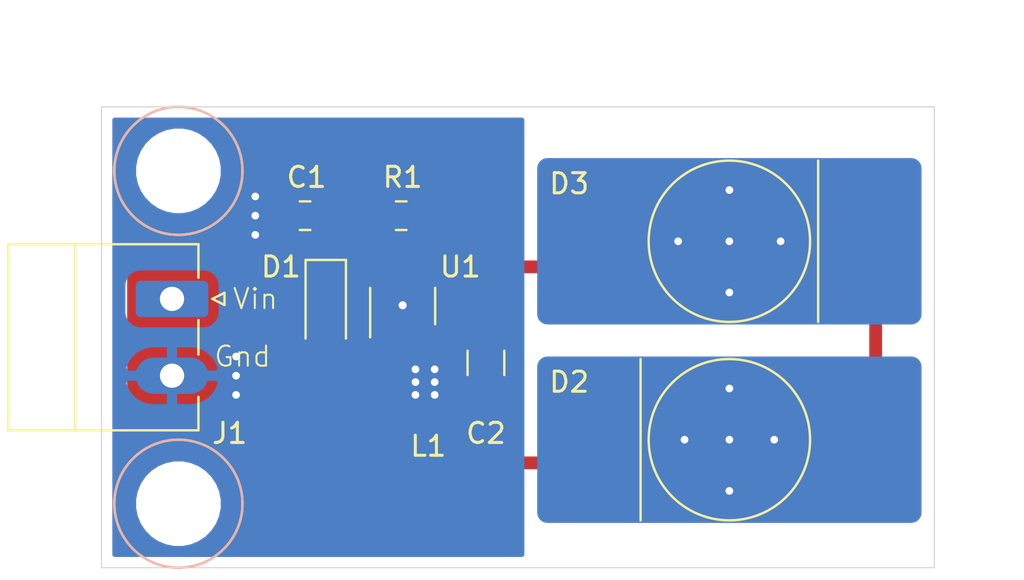
<source format=kicad_pcb>
(kicad_pcb (version 20171130) (host pcbnew "(5.1.5)-3")

  (general
    (thickness 1.6)
    (drawings 8)
    (tracks 60)
    (zones 0)
    (modules 13)
    (nets 9)
  )

  (page A4)
  (layers
    (0 F.Cu signal)
    (31 B.Cu signal)
    (32 B.Adhes user)
    (33 F.Adhes user)
    (34 B.Paste user)
    (35 F.Paste user)
    (36 B.SilkS user)
    (37 F.SilkS user)
    (38 B.Mask user)
    (39 F.Mask user)
    (40 Dwgs.User user)
    (41 Cmts.User user)
    (42 Eco1.User user)
    (43 Eco2.User user)
    (44 Edge.Cuts user)
    (45 Margin user)
    (46 B.CrtYd user)
    (47 F.CrtYd user)
    (48 B.Fab user hide)
    (49 F.Fab user hide)
  )

  (setup
    (last_trace_width 0.635)
    (user_trace_width 0.635)
    (trace_clearance 0.2)
    (zone_clearance 0.1524)
    (zone_45_only yes)
    (trace_min 0.2)
    (via_size 0.8)
    (via_drill 0.4)
    (via_min_size 0.4)
    (via_min_drill 0.3)
    (user_via 0.635 0.381)
    (uvia_size 0.3)
    (uvia_drill 0.1)
    (uvias_allowed no)
    (uvia_min_size 0.2)
    (uvia_min_drill 0.1)
    (edge_width 0.05)
    (segment_width 0.2)
    (pcb_text_width 0.3)
    (pcb_text_size 1.5 1.5)
    (mod_edge_width 0.12)
    (mod_text_size 1 1)
    (mod_text_width 0.15)
    (pad_size 1.524 1.524)
    (pad_drill 0.762)
    (pad_to_mask_clearance 0.051)
    (solder_mask_min_width 0.25)
    (aux_axis_origin 0 0)
    (visible_elements 7FFFFFFF)
    (pcbplotparams
      (layerselection 0x010fc_ffffffff)
      (usegerberextensions false)
      (usegerberattributes false)
      (usegerberadvancedattributes false)
      (creategerberjobfile false)
      (excludeedgelayer true)
      (linewidth 0.100000)
      (plotframeref false)
      (viasonmask false)
      (mode 1)
      (useauxorigin false)
      (hpglpennumber 1)
      (hpglpenspeed 20)
      (hpglpendiameter 15.000000)
      (psnegative false)
      (psa4output false)
      (plotreference true)
      (plotvalue true)
      (plotinvisibletext false)
      (padsonsilk false)
      (subtractmaskfromsilk false)
      (outputformat 1)
      (mirror false)
      (drillshape 0)
      (scaleselection 1)
      (outputdirectory ""))
  )

  (net 0 "")
  (net 1 GND)
  (net 2 /Vin)
  (net 3 /Set)
  (net 4 /Ledc)
  (net 5 /Sw)
  (net 6 /Led1)
  (net 7 /D2)
  (net 8 /D3)

  (net_class Default "This is the default net class."
    (clearance 0.2)
    (trace_width 0.25)
    (via_dia 0.8)
    (via_drill 0.4)
    (uvia_dia 0.3)
    (uvia_drill 0.1)
    (add_net /D2)
    (add_net /D3)
    (add_net /Led1)
    (add_net /Ledc)
    (add_net /Set)
    (add_net /Sw)
    (add_net /Vin)
    (add_net GND)
    (add_net "Net-(U1-Pad3)")
  )

  (module Connector_Phoenix_MC:PhoenixContact_MC_1,5_2-G-3.81_1x02_P3.81mm_Horizontal (layer F.Cu) (tedit 5B784ED1) (tstamp 5FA173D8)
    (at 140.6525 88.9 270)
    (descr "Generic Phoenix Contact connector footprint for: MC_1,5/2-G-3.81; number of pins: 02; pin pitch: 3.81mm; Angled || order number: 1803277 8A 160V")
    (tags "phoenix_contact connector MC_01x02_G_3.81mm")
    (path /5FA1ECBD)
    (fp_text reference J1 (at 6.6675 -2.8575 180) (layer F.SilkS)
      (effects (font (size 1 1) (thickness 0.15)))
    )
    (fp_text value Conn_01x02_Female (at 1.9 9.2 90) (layer F.Fab)
      (effects (font (size 1 1) (thickness 0.15)))
    )
    (fp_text user %R (at 1.9 -0.5 90) (layer F.Fab)
      (effects (font (size 1 1) (thickness 0.15)))
    )
    (fp_line (start 0 0) (end -0.8 -1.2) (layer F.Fab) (width 0.1))
    (fp_line (start 0.8 -1.2) (end 0 0) (layer F.Fab) (width 0.1))
    (fp_line (start -0.3 -2.6) (end 0.3 -2.6) (layer F.SilkS) (width 0.12))
    (fp_line (start 0 -2) (end -0.3 -2.6) (layer F.SilkS) (width 0.12))
    (fp_line (start 0.3 -2.6) (end 0 -2) (layer F.SilkS) (width 0.12))
    (fp_line (start 6.91 -2.3) (end -3.21 -2.3) (layer F.CrtYd) (width 0.05))
    (fp_line (start 6.91 8.5) (end 6.91 -2.3) (layer F.CrtYd) (width 0.05))
    (fp_line (start -3.21 8.5) (end 6.91 8.5) (layer F.CrtYd) (width 0.05))
    (fp_line (start -3.21 -2.3) (end -3.21 8.5) (layer F.CrtYd) (width 0.05))
    (fp_line (start -2.71 4.8) (end 6.52 4.8) (layer F.SilkS) (width 0.12))
    (fp_line (start 6.41 -1.2) (end -2.6 -1.2) (layer F.Fab) (width 0.1))
    (fp_line (start 6.41 8) (end 6.41 -1.2) (layer F.Fab) (width 0.1))
    (fp_line (start -2.6 8) (end 6.41 8) (layer F.Fab) (width 0.1))
    (fp_line (start -2.6 -1.2) (end -2.6 8) (layer F.Fab) (width 0.1))
    (fp_line (start 1.05 -1.31) (end 2.76 -1.31) (layer F.SilkS) (width 0.12))
    (fp_line (start 6.52 -1.31) (end 4.86 -1.31) (layer F.SilkS) (width 0.12))
    (fp_line (start -2.71 -1.31) (end -1.05 -1.31) (layer F.SilkS) (width 0.12))
    (fp_line (start 6.52 8.11) (end 6.52 -1.31) (layer F.SilkS) (width 0.12))
    (fp_line (start -2.71 8.11) (end 6.52 8.11) (layer F.SilkS) (width 0.12))
    (fp_line (start -2.71 -1.31) (end -2.71 8.11) (layer F.SilkS) (width 0.12))
    (pad 2 thru_hole oval (at 3.81 0 270) (size 1.8 3.6) (drill 1.2) (layers *.Cu *.Mask)
      (net 1 GND))
    (pad 1 thru_hole roundrect (at 0 0 270) (size 1.8 3.6) (drill 1.2) (layers *.Cu *.Mask) (roundrect_rratio 0.138889)
      (net 2 /Vin))
    (model ${KISYS3DMOD}/Connector_Phoenix_MC.3dshapes/PhoenixContact_MC_1,5_2-G-3.81_1x02_P3.81mm_Horizontal.wrl
      (at (xyz 0 0 0))
      (scale (xyz 1 1 1))
      (rotate (xyz 0 0 0))
    )
  )

  (module 0MiscParts:Heatsink_Pad (layer B.Cu) (tedit 5FA2731B) (tstamp 5FA27742)
    (at 168.275 86.0425)
    (path /5FA470FD)
    (fp_text reference HS2 (at 0 -4) (layer B.SilkS) hide
      (effects (font (size 1 1) (thickness 0.15)) (justify mirror))
    )
    (fp_text value Heatsink_Pad (at 0 3.7) (layer B.Fab)
      (effects (font (size 1 1) (thickness 0.15)) (justify mirror))
    )
    (pad 1 smd circle (at 0 0) (size 1 1) (layers B.Cu B.Paste B.Mask)
      (net 8 /D3))
  )

  (module 0MiscParts:Heatsink_Pad (layer B.Cu) (tedit 5FA2731B) (tstamp 5FA2773D)
    (at 168.275 95.885)
    (path /5FA4604C)
    (fp_text reference HS1 (at 0 -4) (layer B.SilkS) hide
      (effects (font (size 1 1) (thickness 0.15)) (justify mirror))
    )
    (fp_text value Heatsink_Pad (at 0 3.7) (layer B.Fab)
      (effects (font (size 1 1) (thickness 0.15)) (justify mirror))
    )
    (pad 1 smd circle (at 0 0) (size 1 1) (layers B.Cu B.Paste B.Mask)
      (net 7 /D2))
  )

  (module 0MiscParts:PowerLed (layer F.Cu) (tedit 5FA26FA0) (tstamp 5FA173C0)
    (at 168.275 95.885)
    (path /5FA18308)
    (fp_text reference D2 (at -7.9375 -2.8575) (layer F.SilkS)
      (effects (font (size 1 1) (thickness 0.15)))
    )
    (fp_text value LED (at 0 4.8) (layer F.Fab)
      (effects (font (size 1 1) (thickness 0.15)))
    )
    (fp_line (start -4.4 -4) (end -4.4 4) (layer F.SilkS) (width 0.12))
    (fp_circle (center 0 0) (end 4 0) (layer F.SilkS) (width 0.12))
    (fp_line (start 9.4 -4) (end -9.4 -4) (layer F.CrtYd) (width 0.12))
    (fp_line (start 9.4 4) (end 9.4 -4) (layer F.CrtYd) (width 0.12))
    (fp_line (start -9.4 4) (end 9.4 4) (layer F.CrtYd) (width 0.12))
    (fp_line (start -9.4 -4) (end -9.4 4) (layer F.CrtYd) (width 0.12))
    (pad 3 smd circle (at 0 0) (size 6.1 6.1) (layers F.Cu F.Paste F.Mask)
      (net 7 /D2))
    (pad 2 smd rect (at 7.25 -1.15) (size 4 1.5) (layers F.Cu F.Paste F.Mask)
      (net 6 /Led1))
    (pad 1 smd rect (at -7.25 1.15) (size 4 1.5) (layers F.Cu F.Paste F.Mask)
      (net 4 /Ledc))
  )

  (module 0MiscParts:PowerLed (layer F.Cu) (tedit 5FA26FA0) (tstamp 5FA173CD)
    (at 168.275 86.0425 180)
    (path /5FA1E1E2)
    (fp_text reference D3 (at 7.9375 2.8575) (layer F.SilkS)
      (effects (font (size 1 1) (thickness 0.15)))
    )
    (fp_text value LED (at 0 4.8) (layer F.Fab)
      (effects (font (size 1 1) (thickness 0.15)))
    )
    (fp_line (start -4.4 -4) (end -4.4 4) (layer F.SilkS) (width 0.12))
    (fp_circle (center 0 0) (end 4 0) (layer F.SilkS) (width 0.12))
    (fp_line (start 9.4 -4) (end -9.4 -4) (layer F.CrtYd) (width 0.12))
    (fp_line (start 9.4 4) (end 9.4 -4) (layer F.CrtYd) (width 0.12))
    (fp_line (start -9.4 4) (end 9.4 4) (layer F.CrtYd) (width 0.12))
    (fp_line (start -9.4 -4) (end -9.4 4) (layer F.CrtYd) (width 0.12))
    (pad 3 smd circle (at 0 0 180) (size 6.1 6.1) (layers F.Cu F.Paste F.Mask)
      (net 8 /D3))
    (pad 2 smd rect (at 7.25 -1.15 180) (size 4 1.5) (layers F.Cu F.Paste F.Mask)
      (net 3 /Set))
    (pad 1 smd rect (at -7.25 1.15 180) (size 4 1.5) (layers F.Cu F.Paste F.Mask)
      (net 6 /Led1))
  )

  (module 0MiscParts:LPS-6235 (layer F.Cu) (tedit 5FA26E7C) (tstamp 5FA173E4)
    (at 148.59 96.2025 90)
    (path /5FA1A59C)
    (fp_text reference L1 (at 0 4.7625 180) (layer F.SilkS)
      (effects (font (size 1 1) (thickness 0.15)))
    )
    (fp_text value L (at -0.1 -16.2 90) (layer F.Fab)
      (effects (font (size 1 1) (thickness 0.15)))
    )
    (fp_line (start -3.5 -3.5) (end 3.5 -3.5) (layer F.CrtYd) (width 0.12))
    (fp_line (start 3.5 -3.5) (end 3.5 3.5) (layer F.CrtYd) (width 0.12))
    (fp_line (start 3.5 3.5) (end -3.5 3.5) (layer F.CrtYd) (width 0.12))
    (fp_line (start -3.5 3.5) (end -3.5 -3.5) (layer F.CrtYd) (width 0.12))
    (pad 2 smd rect (at 2.2 0 90) (size 2.4 6.6) (layers F.Cu F.Paste F.Mask)
      (net 5 /Sw))
    (pad 1 smd rect (at -2.2 0 90) (size 2.4 6.6) (layers F.Cu F.Paste F.Mask)
      (net 4 /Ledc))
  )

  (module "0MiscParts:MountingHole _1-8_1-4" (layer F.Cu) (tedit 5E4292CA) (tstamp 5FA26490)
    (at 140.97 99.06)
    (path /5FA333A2)
    (fp_text reference H2 (at 0 2.032) (layer F.Fab)
      (effects (font (size 1 1) (thickness 0.15)))
    )
    (fp_text value MountingHole (at 0 -2.032) (layer F.Fab)
      (effects (font (size 1 1) (thickness 0.15)))
    )
    (fp_circle (center 0 0) (end 3.175 0) (layer B.SilkS) (width 0.12))
    (fp_circle (center 0 0) (end 3.175 0) (layer F.SilkS) (width 0.12))
    (pad "" np_thru_hole circle (at 0 0) (size 3.175 3.175) (drill 3.175) (layers *.Cu *.Mask))
  )

  (module "0MiscParts:MountingHole _1-8_1-4" (layer F.Cu) (tedit 5E4292CA) (tstamp 5FA26489)
    (at 140.97 82.55)
    (path /5FA33100)
    (fp_text reference H1 (at 0 2.032) (layer F.Fab)
      (effects (font (size 1 1) (thickness 0.15)))
    )
    (fp_text value MountingHole (at 0 -2.032) (layer F.Fab)
      (effects (font (size 1 1) (thickness 0.15)))
    )
    (fp_circle (center 0 0) (end 3.175 0) (layer B.SilkS) (width 0.12))
    (fp_circle (center 0 0) (end 3.175 0) (layer F.SilkS) (width 0.12))
    (pad "" np_thru_hole circle (at 0 0) (size 3.175 3.175) (drill 3.175) (layers *.Cu *.Mask))
  )

  (module Package_TO_SOT_SMD:SOT-23-5_HandSoldering (layer F.Cu) (tedit 5A0AB76C) (tstamp 5FA25A59)
    (at 152.0825 89.255 90)
    (descr "5-pin SOT23 package")
    (tags "SOT-23-5 hand-soldering")
    (path /5FA11BD8)
    (attr smd)
    (fp_text reference U1 (at 1.9425 2.8575 180) (layer F.SilkS)
      (effects (font (size 1 1) (thickness 0.15)))
    )
    (fp_text value AL8805 (at 0 2.9 90) (layer F.Fab)
      (effects (font (size 1 1) (thickness 0.15)))
    )
    (fp_line (start 2.38 1.8) (end -2.38 1.8) (layer F.CrtYd) (width 0.05))
    (fp_line (start 2.38 1.8) (end 2.38 -1.8) (layer F.CrtYd) (width 0.05))
    (fp_line (start -2.38 -1.8) (end -2.38 1.8) (layer F.CrtYd) (width 0.05))
    (fp_line (start -2.38 -1.8) (end 2.38 -1.8) (layer F.CrtYd) (width 0.05))
    (fp_line (start 0.9 -1.55) (end 0.9 1.55) (layer F.Fab) (width 0.1))
    (fp_line (start 0.9 1.55) (end -0.9 1.55) (layer F.Fab) (width 0.1))
    (fp_line (start -0.9 -0.9) (end -0.9 1.55) (layer F.Fab) (width 0.1))
    (fp_line (start 0.9 -1.55) (end -0.25 -1.55) (layer F.Fab) (width 0.1))
    (fp_line (start -0.9 -0.9) (end -0.25 -1.55) (layer F.Fab) (width 0.1))
    (fp_line (start 0.9 -1.61) (end -1.55 -1.61) (layer F.SilkS) (width 0.12))
    (fp_line (start -0.9 1.61) (end 0.9 1.61) (layer F.SilkS) (width 0.12))
    (fp_text user %R (at 0 0) (layer F.Fab)
      (effects (font (size 0.5 0.5) (thickness 0.075)))
    )
    (pad 5 smd rect (at 1.35 -0.95 90) (size 1.56 0.65) (layers F.Cu F.Paste F.Mask)
      (net 2 /Vin))
    (pad 4 smd rect (at 1.35 0.95 90) (size 1.56 0.65) (layers F.Cu F.Paste F.Mask)
      (net 3 /Set))
    (pad 3 smd rect (at -1.35 0.95 90) (size 1.56 0.65) (layers F.Cu F.Paste F.Mask))
    (pad 2 smd rect (at -1.35 0 90) (size 1.56 0.65) (layers F.Cu F.Paste F.Mask)
      (net 1 GND))
    (pad 1 smd rect (at -1.35 -0.95 90) (size 1.56 0.65) (layers F.Cu F.Paste F.Mask)
      (net 5 /Sw))
    (model ${KISYS3DMOD}/Package_TO_SOT_SMD.3dshapes/SOT-23-5.wrl
      (at (xyz 0 0 0))
      (scale (xyz 1 1 1))
      (rotate (xyz 0 0 0))
    )
  )

  (module Resistor_SMD:R_0805_2012Metric_Pad1.15x1.40mm_HandSolder (layer F.Cu) (tedit 5B36C52B) (tstamp 5FA173F5)
    (at 152.01 84.7725)
    (descr "Resistor SMD 0805 (2012 Metric), square (rectangular) end terminal, IPC_7351 nominal with elongated pad for handsoldering. (Body size source: https://docs.google.com/spreadsheets/d/1BsfQQcO9C6DZCsRaXUlFlo91Tg2WpOkGARC1WS5S8t0/edit?usp=sharing), generated with kicad-footprint-generator")
    (tags "resistor handsolder")
    (path /5FA12925)
    (attr smd)
    (fp_text reference R1 (at 0.0725 -1.905) (layer F.SilkS)
      (effects (font (size 1 1) (thickness 0.15)))
    )
    (fp_text value R (at 0 1.65) (layer F.Fab)
      (effects (font (size 1 1) (thickness 0.15)))
    )
    (fp_text user %R (at 0 0) (layer F.Fab)
      (effects (font (size 0.5 0.5) (thickness 0.08)))
    )
    (fp_line (start 1.85 0.95) (end -1.85 0.95) (layer F.CrtYd) (width 0.05))
    (fp_line (start 1.85 -0.95) (end 1.85 0.95) (layer F.CrtYd) (width 0.05))
    (fp_line (start -1.85 -0.95) (end 1.85 -0.95) (layer F.CrtYd) (width 0.05))
    (fp_line (start -1.85 0.95) (end -1.85 -0.95) (layer F.CrtYd) (width 0.05))
    (fp_line (start -0.261252 0.71) (end 0.261252 0.71) (layer F.SilkS) (width 0.12))
    (fp_line (start -0.261252 -0.71) (end 0.261252 -0.71) (layer F.SilkS) (width 0.12))
    (fp_line (start 1 0.6) (end -1 0.6) (layer F.Fab) (width 0.1))
    (fp_line (start 1 -0.6) (end 1 0.6) (layer F.Fab) (width 0.1))
    (fp_line (start -1 -0.6) (end 1 -0.6) (layer F.Fab) (width 0.1))
    (fp_line (start -1 0.6) (end -1 -0.6) (layer F.Fab) (width 0.1))
    (pad 2 smd roundrect (at 1.025 0) (size 1.15 1.4) (layers F.Cu F.Paste F.Mask) (roundrect_rratio 0.217391)
      (net 3 /Set))
    (pad 1 smd roundrect (at -1.025 0) (size 1.15 1.4) (layers F.Cu F.Paste F.Mask) (roundrect_rratio 0.217391)
      (net 2 /Vin))
    (model ${KISYS3DMOD}/Resistor_SMD.3dshapes/R_0805_2012Metric.wrl
      (at (xyz 0 0 0))
      (scale (xyz 1 1 1))
      (rotate (xyz 0 0 0))
    )
  )

  (module Diode_SMD:D_SOD-123 (layer F.Cu) (tedit 58645DC7) (tstamp 5FA173B3)
    (at 148.2725 89.2175 270)
    (descr SOD-123)
    (tags SOD-123)
    (path /5FA12018)
    (attr smd)
    (fp_text reference D1 (at -1.905 2.2225 180) (layer F.SilkS)
      (effects (font (size 1 1) (thickness 0.15)))
    )
    (fp_text value D_Schottky (at 0 2.1 90) (layer F.Fab)
      (effects (font (size 1 1) (thickness 0.15)))
    )
    (fp_line (start -2.25 -1) (end 1.65 -1) (layer F.SilkS) (width 0.12))
    (fp_line (start -2.25 1) (end 1.65 1) (layer F.SilkS) (width 0.12))
    (fp_line (start -2.35 -1.15) (end -2.35 1.15) (layer F.CrtYd) (width 0.05))
    (fp_line (start 2.35 1.15) (end -2.35 1.15) (layer F.CrtYd) (width 0.05))
    (fp_line (start 2.35 -1.15) (end 2.35 1.15) (layer F.CrtYd) (width 0.05))
    (fp_line (start -2.35 -1.15) (end 2.35 -1.15) (layer F.CrtYd) (width 0.05))
    (fp_line (start -1.4 -0.9) (end 1.4 -0.9) (layer F.Fab) (width 0.1))
    (fp_line (start 1.4 -0.9) (end 1.4 0.9) (layer F.Fab) (width 0.1))
    (fp_line (start 1.4 0.9) (end -1.4 0.9) (layer F.Fab) (width 0.1))
    (fp_line (start -1.4 0.9) (end -1.4 -0.9) (layer F.Fab) (width 0.1))
    (fp_line (start -0.75 0) (end -0.35 0) (layer F.Fab) (width 0.1))
    (fp_line (start -0.35 0) (end -0.35 -0.55) (layer F.Fab) (width 0.1))
    (fp_line (start -0.35 0) (end -0.35 0.55) (layer F.Fab) (width 0.1))
    (fp_line (start -0.35 0) (end 0.25 -0.4) (layer F.Fab) (width 0.1))
    (fp_line (start 0.25 -0.4) (end 0.25 0.4) (layer F.Fab) (width 0.1))
    (fp_line (start 0.25 0.4) (end -0.35 0) (layer F.Fab) (width 0.1))
    (fp_line (start 0.25 0) (end 0.75 0) (layer F.Fab) (width 0.1))
    (fp_line (start -2.25 -1) (end -2.25 1) (layer F.SilkS) (width 0.12))
    (fp_text user %R (at 0 -2 90) (layer F.Fab)
      (effects (font (size 1 1) (thickness 0.15)))
    )
    (pad 2 smd rect (at 1.65 0 270) (size 0.9 1.2) (layers F.Cu F.Paste F.Mask)
      (net 5 /Sw))
    (pad 1 smd rect (at -1.65 0 270) (size 0.9 1.2) (layers F.Cu F.Paste F.Mask)
      (net 2 /Vin))
    (model ${KISYS3DMOD}/Diode_SMD.3dshapes/D_SOD-123.wrl
      (at (xyz 0 0 0))
      (scale (xyz 1 1 1))
      (rotate (xyz 0 0 0))
    )
  )

  (module Capacitor_SMD:C_1206_3216Metric_Pad1.42x1.75mm_HandSolder (layer F.Cu) (tedit 5B301BBE) (tstamp 5FA1739A)
    (at 156.21 92.075 90)
    (descr "Capacitor SMD 1206 (3216 Metric), square (rectangular) end terminal, IPC_7351 nominal with elongated pad for handsoldering. (Body size source: http://www.tortai-tech.com/upload/download/2011102023233369053.pdf), generated with kicad-footprint-generator")
    (tags "capacitor handsolder")
    (path /5FA13FCF)
    (attr smd)
    (fp_text reference C2 (at -3.4925 0 180) (layer F.SilkS)
      (effects (font (size 1 1) (thickness 0.15)))
    )
    (fp_text value C (at 0 1.82 90) (layer F.Fab)
      (effects (font (size 1 1) (thickness 0.15)))
    )
    (fp_text user %R (at 0 0 90) (layer F.Fab)
      (effects (font (size 0.8 0.8) (thickness 0.12)))
    )
    (fp_line (start 2.45 1.12) (end -2.45 1.12) (layer F.CrtYd) (width 0.05))
    (fp_line (start 2.45 -1.12) (end 2.45 1.12) (layer F.CrtYd) (width 0.05))
    (fp_line (start -2.45 -1.12) (end 2.45 -1.12) (layer F.CrtYd) (width 0.05))
    (fp_line (start -2.45 1.12) (end -2.45 -1.12) (layer F.CrtYd) (width 0.05))
    (fp_line (start -0.602064 0.91) (end 0.602064 0.91) (layer F.SilkS) (width 0.12))
    (fp_line (start -0.602064 -0.91) (end 0.602064 -0.91) (layer F.SilkS) (width 0.12))
    (fp_line (start 1.6 0.8) (end -1.6 0.8) (layer F.Fab) (width 0.1))
    (fp_line (start 1.6 -0.8) (end 1.6 0.8) (layer F.Fab) (width 0.1))
    (fp_line (start -1.6 -0.8) (end 1.6 -0.8) (layer F.Fab) (width 0.1))
    (fp_line (start -1.6 0.8) (end -1.6 -0.8) (layer F.Fab) (width 0.1))
    (pad 2 smd roundrect (at 1.4875 0 90) (size 1.425 1.75) (layers F.Cu F.Paste F.Mask) (roundrect_rratio 0.175439)
      (net 3 /Set))
    (pad 1 smd roundrect (at -1.4875 0 90) (size 1.425 1.75) (layers F.Cu F.Paste F.Mask) (roundrect_rratio 0.175439)
      (net 4 /Ledc))
    (model ${KISYS3DMOD}/Capacitor_SMD.3dshapes/C_1206_3216Metric.wrl
      (at (xyz 0 0 0))
      (scale (xyz 1 1 1))
      (rotate (xyz 0 0 0))
    )
  )

  (module Capacitor_SMD:C_0805_2012Metric_Pad1.15x1.40mm_HandSolder (layer F.Cu) (tedit 5B36C52B) (tstamp 5FA17389)
    (at 147.2475 84.7725 180)
    (descr "Capacitor SMD 0805 (2012 Metric), square (rectangular) end terminal, IPC_7351 nominal with elongated pad for handsoldering. (Body size source: https://docs.google.com/spreadsheets/d/1BsfQQcO9C6DZCsRaXUlFlo91Tg2WpOkGARC1WS5S8t0/edit?usp=sharing), generated with kicad-footprint-generator")
    (tags "capacitor handsolder")
    (path /5FA139BD)
    (attr smd)
    (fp_text reference C1 (at -0.0725 1.905) (layer F.SilkS)
      (effects (font (size 1 1) (thickness 0.15)))
    )
    (fp_text value C (at 0 1.65) (layer F.Fab)
      (effects (font (size 1 1) (thickness 0.15)))
    )
    (fp_text user %R (at 0 0) (layer F.Fab)
      (effects (font (size 0.5 0.5) (thickness 0.08)))
    )
    (fp_line (start 1.85 0.95) (end -1.85 0.95) (layer F.CrtYd) (width 0.05))
    (fp_line (start 1.85 -0.95) (end 1.85 0.95) (layer F.CrtYd) (width 0.05))
    (fp_line (start -1.85 -0.95) (end 1.85 -0.95) (layer F.CrtYd) (width 0.05))
    (fp_line (start -1.85 0.95) (end -1.85 -0.95) (layer F.CrtYd) (width 0.05))
    (fp_line (start -0.261252 0.71) (end 0.261252 0.71) (layer F.SilkS) (width 0.12))
    (fp_line (start -0.261252 -0.71) (end 0.261252 -0.71) (layer F.SilkS) (width 0.12))
    (fp_line (start 1 0.6) (end -1 0.6) (layer F.Fab) (width 0.1))
    (fp_line (start 1 -0.6) (end 1 0.6) (layer F.Fab) (width 0.1))
    (fp_line (start -1 -0.6) (end 1 -0.6) (layer F.Fab) (width 0.1))
    (fp_line (start -1 0.6) (end -1 -0.6) (layer F.Fab) (width 0.1))
    (pad 2 smd roundrect (at 1.025 0 180) (size 1.15 1.4) (layers F.Cu F.Paste F.Mask) (roundrect_rratio 0.217391)
      (net 1 GND))
    (pad 1 smd roundrect (at -1.025 0 180) (size 1.15 1.4) (layers F.Cu F.Paste F.Mask) (roundrect_rratio 0.217391)
      (net 2 /Vin))
    (model ${KISYS3DMOD}/Capacitor_SMD.3dshapes/C_0805_2012Metric.wrl
      (at (xyz 0 0 0))
      (scale (xyz 1 1 1))
      (rotate (xyz 0 0 0))
    )
  )

  (gr_text Gnd (at 144.145 91.7575) (layer F.SilkS) (tstamp 5FBC0373)
    (effects (font (size 1 1) (thickness 0.1)))
  )
  (gr_text Vin (at 144.78 88.9) (layer F.SilkS)
    (effects (font (size 1 1) (thickness 0.1)))
  )
  (dimension 22.86 (width 0.15) (layer Dwgs.User)
    (gr_text "0.9000 in" (at 181.513 90.805 90) (layer Dwgs.User)
      (effects (font (size 1 1) (thickness 0.15)))
    )
    (feature1 (pts (xy 178.435 79.375) (xy 180.799421 79.375)))
    (feature2 (pts (xy 178.435 102.235) (xy 180.799421 102.235)))
    (crossbar (pts (xy 180.213 102.235) (xy 180.213 79.375)))
    (arrow1a (pts (xy 180.213 79.375) (xy 180.799421 80.501504)))
    (arrow1b (pts (xy 180.213 79.375) (xy 179.626579 80.501504)))
    (arrow2a (pts (xy 180.213 102.235) (xy 180.799421 101.108496)))
    (arrow2b (pts (xy 180.213 102.235) (xy 179.626579 101.108496)))
  )
  (dimension 41.275 (width 0.15) (layer Dwgs.User)
    (gr_text "1.6250 in" (at 157.7975 74.773) (layer Dwgs.User)
      (effects (font (size 1 1) (thickness 0.15)))
    )
    (feature1 (pts (xy 178.435 79.375) (xy 178.435 75.486579)))
    (feature2 (pts (xy 137.16 79.375) (xy 137.16 75.486579)))
    (crossbar (pts (xy 137.16 76.073) (xy 178.435 76.073)))
    (arrow1a (pts (xy 178.435 76.073) (xy 177.308496 76.659421)))
    (arrow1b (pts (xy 178.435 76.073) (xy 177.308496 75.486579)))
    (arrow2a (pts (xy 137.16 76.073) (xy 138.286504 76.659421)))
    (arrow2b (pts (xy 137.16 76.073) (xy 138.286504 75.486579)))
  )
  (gr_line (start 178.435 79.375) (end 137.16 79.375) (layer Edge.Cuts) (width 0.05) (tstamp 5FA26550))
  (gr_line (start 178.435 102.235) (end 178.435 79.375) (layer Edge.Cuts) (width 0.05))
  (gr_line (start 137.16 102.235) (end 178.435 102.235) (layer Edge.Cuts) (width 0.05))
  (gr_line (start 137.16 79.375) (end 137.16 102.235) (layer Edge.Cuts) (width 0.05))

  (via (at 152.7175 92.3925) (size 0.635) (drill 0.381) (layers F.Cu B.Cu) (net 1))
  (via (at 153.67 92.3925) (size 0.635) (drill 0.381) (layers F.Cu B.Cu) (net 1))
  (via (at 152.7175 93.0275) (size 0.635) (drill 0.381) (layers F.Cu B.Cu) (net 1))
  (via (at 153.67 93.0275) (size 0.635) (drill 0.381) (layers F.Cu B.Cu) (net 1))
  (via (at 152.7175 93.6625) (size 0.635) (drill 0.381) (layers F.Cu B.Cu) (net 1))
  (via (at 153.67 93.6625) (size 0.635) (drill 0.381) (layers F.Cu B.Cu) (net 1))
  (via (at 143.8275 91.7575) (size 0.635) (drill 0.381) (layers F.Cu B.Cu) (net 1))
  (via (at 143.8275 92.71) (size 0.635) (drill 0.381) (layers F.Cu B.Cu) (net 1))
  (via (at 143.8275 93.6625) (size 0.635) (drill 0.381) (layers F.Cu B.Cu) (net 1))
  (segment (start 141.2875 92.71) (end 143.8275 92.71) (width 0.25) (layer F.Cu) (net 1))
  (via (at 144.78 83.82) (size 0.635) (drill 0.381) (layers F.Cu B.Cu) (net 1))
  (via (at 144.78 84.7725) (size 0.635) (drill 0.381) (layers F.Cu B.Cu) (net 1))
  (via (at 144.78 85.725) (size 0.635) (drill 0.381) (layers F.Cu B.Cu) (net 1))
  (segment (start 152.0825 91.7575) (end 152.0825 90.605) (width 0.25) (layer F.Cu) (net 1))
  (segment (start 146.2225 84.7725) (end 144.78 84.7725) (width 0.25) (layer F.Cu) (net 1))
  (via (at 152.0825 89.2175) (size 0.8) (drill 0.4) (layers F.Cu B.Cu) (net 1))
  (segment (start 152.0825 90.605) (end 152.0825 89.2175) (width 0.635) (layer F.Cu) (net 1))
  (segment (start 141.2875 88.9) (end 144.145 88.9) (width 0.25) (layer F.Cu) (net 2))
  (segment (start 145.4775 87.5675) (end 148.2725 87.5675) (width 0.25) (layer F.Cu) (net 2))
  (segment (start 144.145 88.9) (end 145.4775 87.5675) (width 0.25) (layer F.Cu) (net 2))
  (segment (start 148.2725 87.5675) (end 148.2725 84.7725) (width 0.25) (layer F.Cu) (net 2))
  (segment (start 148.2725 84.7725) (end 150.985 84.7725) (width 0.25) (layer F.Cu) (net 2))
  (segment (start 148.2725 87.5675) (end 149.7975 87.5675) (width 0.25) (layer F.Cu) (net 2))
  (segment (start 150.135 87.905) (end 151.1325 87.905) (width 0.25) (layer F.Cu) (net 2))
  (segment (start 149.7975 87.5675) (end 150.135 87.905) (width 0.25) (layer F.Cu) (net 2))
  (segment (start 153.035 87.9025) (end 153.0325 87.905) (width 0.635) (layer F.Cu) (net 3))
  (segment (start 153.035 84.7725) (end 153.035 87.9025) (width 0.635) (layer F.Cu) (net 3))
  (segment (start 153.0325 87.905) (end 154.3475 87.905) (width 0.635) (layer F.Cu) (net 3))
  (segment (start 154.3475 87.905) (end 154.94 87.3125) (width 0.635) (layer F.Cu) (net 3))
  (segment (start 156.21 90.5875) (end 156.21 87.3125) (width 0.635) (layer F.Cu) (net 3))
  (segment (start 154.94 87.3125) (end 156.21 87.3125) (width 0.635) (layer F.Cu) (net 3))
  (segment (start 160.905 87.3125) (end 161.025 87.1925) (width 0.635) (layer F.Cu) (net 3))
  (segment (start 156.21 87.3125) (end 160.905 87.3125) (width 0.635) (layer F.Cu) (net 3))
  (segment (start 156.21 97.155) (end 156.21 93.5625) (width 0.635) (layer F.Cu) (net 4))
  (segment (start 148.59 98.9025) (end 150.335 98.9025) (width 0.635) (layer F.Cu) (net 4))
  (segment (start 150.335 98.9025) (end 151.4475 97.79) (width 0.635) (layer F.Cu) (net 4))
  (segment (start 151.4475 97.79) (end 153.67 97.79) (width 0.635) (layer F.Cu) (net 4))
  (segment (start 153.67 97.79) (end 154.305 97.155) (width 0.635) (layer F.Cu) (net 4))
  (segment (start 154.305 97.155) (end 157.1625 97.155) (width 0.635) (layer F.Cu) (net 4))
  (segment (start 156.21 97.155) (end 157.1625 97.155) (width 0.635) (layer F.Cu) (net 4))
  (segment (start 157.1625 97.155) (end 157.7975 97.155) (width 0.635) (layer F.Cu) (net 4))
  (segment (start 157.9175 97.035) (end 161.025 97.035) (width 0.635) (layer F.Cu) (net 4))
  (segment (start 157.7975 97.155) (end 157.9175 97.035) (width 0.635) (layer F.Cu) (net 4))
  (segment (start 148.2725 90.8675) (end 149.7975 90.8675) (width 0.25) (layer F.Cu) (net 5))
  (segment (start 150.06 90.605) (end 151.1325 90.605) (width 0.25) (layer F.Cu) (net 5))
  (segment (start 149.7975 90.8675) (end 150.06 90.605) (width 0.25) (layer F.Cu) (net 5))
  (segment (start 148.2725 90.8675) (end 148.2725 92.075) (width 0.25) (layer F.Cu) (net 5))
  (segment (start 148.59 92.3925) (end 148.59 93.5025) (width 0.25) (layer F.Cu) (net 5))
  (segment (start 148.2725 92.075) (end 148.59 92.3925) (width 0.25) (layer F.Cu) (net 5))
  (segment (start 175.525 94.735) (end 175.525 84.8925) (width 0.635) (layer F.Cu) (net 6))
  (via (at 166.0525 95.885) (size 0.635) (drill 0.381) (layers F.Cu B.Cu) (net 7))
  (via (at 170.4975 95.885) (size 0.635) (drill 0.381) (layers F.Cu B.Cu) (net 7))
  (via (at 168.275 93.345) (size 0.635) (drill 0.381) (layers F.Cu B.Cu) (net 7))
  (via (at 168.275 98.425) (size 0.635) (drill 0.381) (layers F.Cu B.Cu) (net 7))
  (via (at 168.275 95.885) (size 0.635) (drill 0.381) (layers F.Cu B.Cu) (net 7))
  (via (at 168.275 88.5825) (size 0.635) (drill 0.381) (layers F.Cu B.Cu) (net 8))
  (via (at 170.815 86.0425) (size 0.635) (drill 0.381) (layers F.Cu B.Cu) (net 8))
  (via (at 168.275 83.5025) (size 0.635) (drill 0.381) (layers F.Cu B.Cu) (net 8))
  (via (at 165.735 86.0425) (size 0.635) (drill 0.381) (layers F.Cu B.Cu) (net 8))
  (via (at 168.275 86.0425) (size 0.635) (drill 0.381) (layers F.Cu B.Cu) (net 8))

  (zone (net 1) (net_name GND) (layer B.Cu) (tstamp 5FBC110B) (hatch edge 0.508)
    (connect_pads (clearance 0.508))
    (min_thickness 0.254)
    (fill yes (arc_segments 32) (thermal_gap 0.508) (thermal_bridge_width 0.508) (smoothing fillet) (radius 0.508))
    (polygon
      (pts
        (xy 158.115 102.87) (xy 136.525 102.87) (xy 136.525 78.74) (xy 158.115 78.74)
      )
    )
    (filled_polygon
      (pts
        (xy 157.988 101.575) (xy 137.82 101.575) (xy 137.82 98.841103) (xy 138.7475 98.841103) (xy 138.7475 99.278897)
        (xy 138.832909 99.708279) (xy 139.000446 100.112749) (xy 139.243671 100.476761) (xy 139.553239 100.786329) (xy 139.917251 101.029554)
        (xy 140.321721 101.197091) (xy 140.751103 101.2825) (xy 141.188897 101.2825) (xy 141.618279 101.197091) (xy 142.022749 101.029554)
        (xy 142.386761 100.786329) (xy 142.696329 100.476761) (xy 142.939554 100.112749) (xy 143.107091 99.708279) (xy 143.1925 99.278897)
        (xy 143.1925 98.841103) (xy 143.107091 98.411721) (xy 142.939554 98.007251) (xy 142.696329 97.643239) (xy 142.386761 97.333671)
        (xy 142.022749 97.090446) (xy 141.618279 96.922909) (xy 141.188897 96.8375) (xy 140.751103 96.8375) (xy 140.321721 96.922909)
        (xy 139.917251 97.090446) (xy 139.553239 97.333671) (xy 139.243671 97.643239) (xy 139.000446 98.007251) (xy 138.832909 98.411721)
        (xy 138.7475 98.841103) (xy 137.82 98.841103) (xy 137.82 93.07474) (xy 138.261464 93.07474) (xy 138.285745 93.180087)
        (xy 138.405638 93.457204) (xy 138.57729 93.705606) (xy 138.794104 93.915748) (xy 139.047749 94.079554) (xy 139.328477 94.190729)
        (xy 139.6255 94.245) (xy 140.5255 94.245) (xy 140.5255 92.837) (xy 140.7795 92.837) (xy 140.7795 94.245)
        (xy 141.6795 94.245) (xy 141.976523 94.190729) (xy 142.257251 94.079554) (xy 142.510896 93.915748) (xy 142.72771 93.705606)
        (xy 142.899362 93.457204) (xy 143.019255 93.180087) (xy 143.043536 93.07474) (xy 142.922878 92.837) (xy 140.7795 92.837)
        (xy 140.5255 92.837) (xy 138.382122 92.837) (xy 138.261464 93.07474) (xy 137.82 93.07474) (xy 137.82 92.34526)
        (xy 138.261464 92.34526) (xy 138.382122 92.583) (xy 140.5255 92.583) (xy 140.5255 91.175) (xy 140.7795 91.175)
        (xy 140.7795 92.583) (xy 142.922878 92.583) (xy 143.043536 92.34526) (xy 143.019255 92.239913) (xy 142.899362 91.962796)
        (xy 142.72771 91.714394) (xy 142.510896 91.504252) (xy 142.257251 91.340446) (xy 141.976523 91.229271) (xy 141.6795 91.175)
        (xy 140.7795 91.175) (xy 140.5255 91.175) (xy 139.6255 91.175) (xy 139.328477 91.229271) (xy 139.047749 91.340446)
        (xy 138.794104 91.504252) (xy 138.57729 91.714394) (xy 138.405638 91.962796) (xy 138.285745 92.239913) (xy 138.261464 92.34526)
        (xy 137.82 92.34526) (xy 137.82 88.25) (xy 138.214428 88.25) (xy 138.214428 89.55) (xy 138.231492 89.723254)
        (xy 138.282028 89.88985) (xy 138.364095 90.043386) (xy 138.474538 90.177962) (xy 138.609114 90.288405) (xy 138.76265 90.370472)
        (xy 138.929246 90.421008) (xy 139.1025 90.438072) (xy 142.2025 90.438072) (xy 142.375754 90.421008) (xy 142.54235 90.370472)
        (xy 142.695886 90.288405) (xy 142.830462 90.177962) (xy 142.940905 90.043386) (xy 143.022972 89.88985) (xy 143.073508 89.723254)
        (xy 143.090572 89.55) (xy 143.090572 88.25) (xy 143.073508 88.076746) (xy 143.022972 87.91015) (xy 142.940905 87.756614)
        (xy 142.830462 87.622038) (xy 142.695886 87.511595) (xy 142.54235 87.429528) (xy 142.375754 87.378992) (xy 142.2025 87.361928)
        (xy 139.1025 87.361928) (xy 138.929246 87.378992) (xy 138.76265 87.429528) (xy 138.609114 87.511595) (xy 138.474538 87.622038)
        (xy 138.364095 87.756614) (xy 138.282028 87.91015) (xy 138.231492 88.076746) (xy 138.214428 88.25) (xy 137.82 88.25)
        (xy 137.82 82.331103) (xy 138.7475 82.331103) (xy 138.7475 82.768897) (xy 138.832909 83.198279) (xy 139.000446 83.602749)
        (xy 139.243671 83.966761) (xy 139.553239 84.276329) (xy 139.917251 84.519554) (xy 140.321721 84.687091) (xy 140.751103 84.7725)
        (xy 141.188897 84.7725) (xy 141.618279 84.687091) (xy 142.022749 84.519554) (xy 142.386761 84.276329) (xy 142.696329 83.966761)
        (xy 142.939554 83.602749) (xy 143.107091 83.198279) (xy 143.1925 82.768897) (xy 143.1925 82.331103) (xy 143.107091 81.901721)
        (xy 142.939554 81.497251) (xy 142.696329 81.133239) (xy 142.386761 80.823671) (xy 142.022749 80.580446) (xy 141.618279 80.412909)
        (xy 141.188897 80.3275) (xy 140.751103 80.3275) (xy 140.321721 80.412909) (xy 139.917251 80.580446) (xy 139.553239 80.823671)
        (xy 139.243671 81.133239) (xy 139.000446 81.497251) (xy 138.832909 81.901721) (xy 138.7475 82.331103) (xy 137.82 82.331103)
        (xy 137.82 80.035) (xy 157.988 80.035)
      )
    )
  )
  (zone (net 1) (net_name GND) (layer F.Cu) (tstamp 5FBC1108) (hatch edge 0.508)
    (connect_pads yes (clearance 0.1524))
    (min_thickness 0.254)
    (fill yes (arc_segments 32) (thermal_gap 0.508) (thermal_bridge_width 0.508))
    (polygon
      (pts
        (xy 152.4 91.7575) (xy 152.654 91.948) (xy 154.305 91.948) (xy 154.305 94.2975) (xy 152.4 94.2975)
        (xy 152.4 92.837) (xy 151.765 92.329) (xy 151.765 89.662) (xy 152.4 89.662)
      )
    )
    (filled_polygon
      (pts
        (xy 152.273 91.7575) (xy 152.27544 91.782276) (xy 152.282667 91.806101) (xy 152.294403 91.828057) (xy 152.310197 91.847303)
        (xy 152.3238 91.8591) (xy 152.5778 92.0496) (xy 152.599085 92.062514) (xy 152.622481 92.071027) (xy 152.654 92.075)
        (xy 154.178 92.075) (xy 154.178 94.1705) (xy 152.527 94.1705) (xy 152.527 92.837) (xy 152.52456 92.812224)
        (xy 152.517333 92.788399) (xy 152.505597 92.766443) (xy 152.489803 92.747197) (xy 152.479336 92.73783) (xy 151.892 92.267961)
        (xy 151.892 89.789) (xy 152.273 89.789)
      )
    )
  )
  (zone (net 1) (net_name GND) (layer F.Cu) (tstamp 5FBC1105) (hatch edge 0.508)
    (priority 10)
    (connect_pads yes (clearance 0.508))
    (min_thickness 0.254)
    (fill yes (arc_segments 32) (thermal_gap 0.508) (thermal_bridge_width 0.508) (smoothing fillet) (radius 0.508))
    (polygon
      (pts
        (xy 144.4625 94.2975) (xy 138.43 94.2975) (xy 138.43 91.1225) (xy 144.4625 91.1225)
      )
    )
    (filled_polygon
      (pts
        (xy 144.052825 91.26354) (xy 144.144451 91.301493) (xy 144.223132 91.361868) (xy 144.283507 91.440549) (xy 144.32146 91.532175)
        (xy 144.3355 91.638821) (xy 144.3355 93.781179) (xy 144.32146 93.887825) (xy 144.283507 93.979451) (xy 144.223132 94.058132)
        (xy 144.144451 94.118507) (xy 144.052825 94.15646) (xy 143.946179 94.1705) (xy 138.946321 94.1705) (xy 138.839675 94.15646)
        (xy 138.748049 94.118507) (xy 138.669368 94.058132) (xy 138.608993 93.979451) (xy 138.57104 93.887825) (xy 138.557 93.781179)
        (xy 138.557 91.638821) (xy 138.57104 91.532175) (xy 138.608993 91.440549) (xy 138.669368 91.361868) (xy 138.748049 91.301493)
        (xy 138.839675 91.26354) (xy 138.946321 91.2495) (xy 143.946179 91.2495)
      )
    )
  )
  (zone (net 1) (net_name GND) (layer F.Cu) (tstamp 5FBC1102) (hatch edge 0.508)
    (connect_pads yes (clearance 0.254))
    (min_thickness 0.254)
    (fill yes (arc_segments 32) (thermal_gap 0.254) (thermal_bridge_width 0.508) (smoothing fillet) (radius 0.508))
    (polygon
      (pts
        (xy 147.0025 83.5025) (xy 147.0025 86.0425) (xy 144.4625 86.0425) (xy 144.4625 83.5025)
      )
    )
    (filled_polygon
      (pts
        (xy 146.592825 83.64354) (xy 146.684451 83.681493) (xy 146.763132 83.741868) (xy 146.823507 83.820549) (xy 146.86146 83.912175)
        (xy 146.8755 84.018821) (xy 146.8755 85.526179) (xy 146.86146 85.632825) (xy 146.823507 85.724451) (xy 146.763132 85.803132)
        (xy 146.684451 85.863507) (xy 146.592825 85.90146) (xy 146.486179 85.9155) (xy 144.978821 85.9155) (xy 144.872175 85.90146)
        (xy 144.780549 85.863507) (xy 144.701868 85.803132) (xy 144.641493 85.724451) (xy 144.60354 85.632825) (xy 144.5895 85.526179)
        (xy 144.5895 84.018821) (xy 144.60354 83.912175) (xy 144.641493 83.820549) (xy 144.701868 83.741868) (xy 144.780549 83.681493)
        (xy 144.872175 83.64354) (xy 144.978821 83.6295) (xy 146.486179 83.6295)
      )
    )
  )
  (zone (net 5) (net_name /Sw) (layer F.Cu) (tstamp 5FBC10FF) (hatch edge 0.508)
    (connect_pads yes (clearance 0.1524))
    (min_thickness 0.254)
    (fill yes (arc_segments 32) (thermal_gap 0.254) (thermal_bridge_width 0.508) (smoothing fillet) (radius 0.508))
    (polygon
      (pts
        (xy 151.4475 94.2975) (xy 146.3675 94.2975) (xy 146.3675 92.71) (xy 147.32 91.7575) (xy 147.32 89.8525)
        (xy 151.4475 89.8525)
      )
    )
    (filled_polygon
      (pts
        (xy 151.037825 89.99354) (xy 151.129451 90.031493) (xy 151.208132 90.091868) (xy 151.268507 90.170549) (xy 151.30646 90.262175)
        (xy 151.3205 90.368821) (xy 151.3205 93.781179) (xy 151.30646 93.887825) (xy 151.268507 93.979451) (xy 151.208132 94.058132)
        (xy 151.129451 94.118507) (xy 151.037825 94.15646) (xy 150.931179 94.1705) (xy 146.883821 94.1705) (xy 146.777175 94.15646)
        (xy 146.685549 94.118507) (xy 146.606868 94.058132) (xy 146.546493 93.979451) (xy 146.50854 93.887825) (xy 146.4945 93.781179)
        (xy 146.4945 92.928741) (xy 146.50854 92.822095) (xy 146.546493 92.730469) (xy 146.611977 92.645129) (xy 147.261013 91.996093)
        (xy 147.271966 91.983603) (xy 147.352697 91.878393) (xy 147.369274 91.84968) (xy 147.420023 91.72716) (xy 147.428603 91.695137)
        (xy 147.445913 91.563657) (xy 147.447 91.54708) (xy 147.447 90.368821) (xy 147.46104 90.262175) (xy 147.498993 90.170549)
        (xy 147.559368 90.091868) (xy 147.638049 90.031493) (xy 147.729675 89.99354) (xy 147.836321 89.9795) (xy 150.931179 89.9795)
      )
    )
  )
  (zone (net 7) (net_name /D2) (layer B.Cu) (tstamp 5FBC10FC) (hatch edge 0.508)
    (connect_pads yes (clearance 0.508))
    (min_thickness 0.254)
    (fill yes (arc_segments 32) (thermal_gap 0.508) (thermal_bridge_width 0.508) (smoothing fillet) (radius 0.508))
    (polygon
      (pts
        (xy 177.8 100.0125) (xy 158.75 100.0125) (xy 158.75 91.7575) (xy 177.8 91.7575)
      )
    )
    (filled_polygon
      (pts
        (xy 177.390325 91.89854) (xy 177.481951 91.936493) (xy 177.560632 91.996868) (xy 177.621007 92.075549) (xy 177.65896 92.167175)
        (xy 177.673 92.273821) (xy 177.673 99.496179) (xy 177.65896 99.602825) (xy 177.621007 99.694451) (xy 177.560632 99.773132)
        (xy 177.481951 99.833507) (xy 177.390325 99.87146) (xy 177.283679 99.8855) (xy 159.266321 99.8855) (xy 159.159675 99.87146)
        (xy 159.068049 99.833507) (xy 158.989368 99.773132) (xy 158.928993 99.694451) (xy 158.89104 99.602825) (xy 158.877 99.496179)
        (xy 158.877 92.273821) (xy 158.89104 92.167175) (xy 158.928993 92.075549) (xy 158.989368 91.996868) (xy 159.068049 91.936493)
        (xy 159.159675 91.89854) (xy 159.266321 91.8845) (xy 177.283679 91.8845)
      )
    )
  )
  (zone (net 8) (net_name /D3) (layer B.Cu) (tstamp 5FBC10F9) (hatch edge 0.508)
    (connect_pads yes (clearance 0.508))
    (min_thickness 0.254)
    (fill yes (arc_segments 32) (thermal_gap 0.508) (thermal_bridge_width 0.508) (smoothing fillet) (radius 0.508))
    (polygon
      (pts
        (xy 177.8 90.17) (xy 158.75 90.17) (xy 158.75 81.915) (xy 177.8 81.915)
      )
    )
    (filled_polygon
      (pts
        (xy 177.390325 82.05604) (xy 177.481951 82.093993) (xy 177.560632 82.154368) (xy 177.621007 82.233049) (xy 177.65896 82.324675)
        (xy 177.673 82.431321) (xy 177.673 89.653679) (xy 177.65896 89.760325) (xy 177.621007 89.851951) (xy 177.560632 89.930632)
        (xy 177.481951 89.991007) (xy 177.390325 90.02896) (xy 177.283679 90.043) (xy 159.266321 90.043) (xy 159.159675 90.02896)
        (xy 159.068049 89.991007) (xy 158.989368 89.930632) (xy 158.928993 89.851951) (xy 158.89104 89.760325) (xy 158.877 89.653679)
        (xy 158.877 82.431321) (xy 158.89104 82.324675) (xy 158.928993 82.233049) (xy 158.989368 82.154368) (xy 159.068049 82.093993)
        (xy 159.159675 82.05604) (xy 159.266321 82.042) (xy 177.283679 82.042)
      )
    )
  )
  (zone (net 2) (net_name /Vin) (layer F.Cu) (tstamp 5FBC10F6) (hatch edge 0.508)
    (connect_pads yes (clearance 0.508))
    (min_thickness 0.254)
    (fill yes (arc_segments 32) (thermal_gap 0.508) (thermal_bridge_width 0.508) (smoothing fillet) (radius 0.508))
    (polygon
      (pts
        (xy 151.765 88.9) (xy 147.0025 88.9) (xy 145.415 90.4875) (xy 138.43 90.4875) (xy 138.43 87.3125)
        (xy 147.0025 87.3125) (xy 147.6375 86.6775) (xy 147.6375 83.5025) (xy 151.765 83.5025)
      )
    )
    (filled_polygon
      (pts
        (xy 151.355325 83.64354) (xy 151.446951 83.681493) (xy 151.525632 83.741868) (xy 151.586007 83.820549) (xy 151.62396 83.912175)
        (xy 151.638 84.018821) (xy 151.638 88.281342) (xy 151.592244 88.300295) (xy 151.422726 88.413563) (xy 151.278563 88.557726)
        (xy 151.165295 88.727244) (xy 151.146342 88.773) (xy 147.21292 88.773) (xy 147.196343 88.774087) (xy 147.064863 88.791397)
        (xy 147.03284 88.799977) (xy 146.91032 88.850726) (xy 146.881607 88.867303) (xy 146.776397 88.948034) (xy 146.763907 88.958987)
        (xy 145.479871 90.243023) (xy 145.394531 90.308507) (xy 145.302905 90.34646) (xy 145.196259 90.3605) (xy 138.946321 90.3605)
        (xy 138.839675 90.34646) (xy 138.748049 90.308507) (xy 138.669368 90.248132) (xy 138.608993 90.169451) (xy 138.57104 90.077825)
        (xy 138.557 89.971179) (xy 138.557 87.828821) (xy 138.57104 87.722175) (xy 138.608993 87.630549) (xy 138.669368 87.551868)
        (xy 138.748049 87.491493) (xy 138.839675 87.45354) (xy 138.946321 87.4395) (xy 146.79208 87.4395) (xy 146.808657 87.438413)
        (xy 146.940137 87.421103) (xy 146.97216 87.412523) (xy 147.09468 87.361774) (xy 147.123393 87.345197) (xy 147.228603 87.264466)
        (xy 147.241093 87.253513) (xy 147.578513 86.916093) (xy 147.589466 86.903603) (xy 147.670197 86.798393) (xy 147.686774 86.76968)
        (xy 147.737523 86.64716) (xy 147.746103 86.615137) (xy 147.763413 86.483657) (xy 147.7645 86.46708) (xy 147.7645 84.018821)
        (xy 147.77854 83.912175) (xy 147.816493 83.820549) (xy 147.876868 83.741868) (xy 147.955549 83.681493) (xy 148.047175 83.64354)
        (xy 148.153821 83.6295) (xy 151.248679 83.6295)
      )
    )
  )
)

</source>
